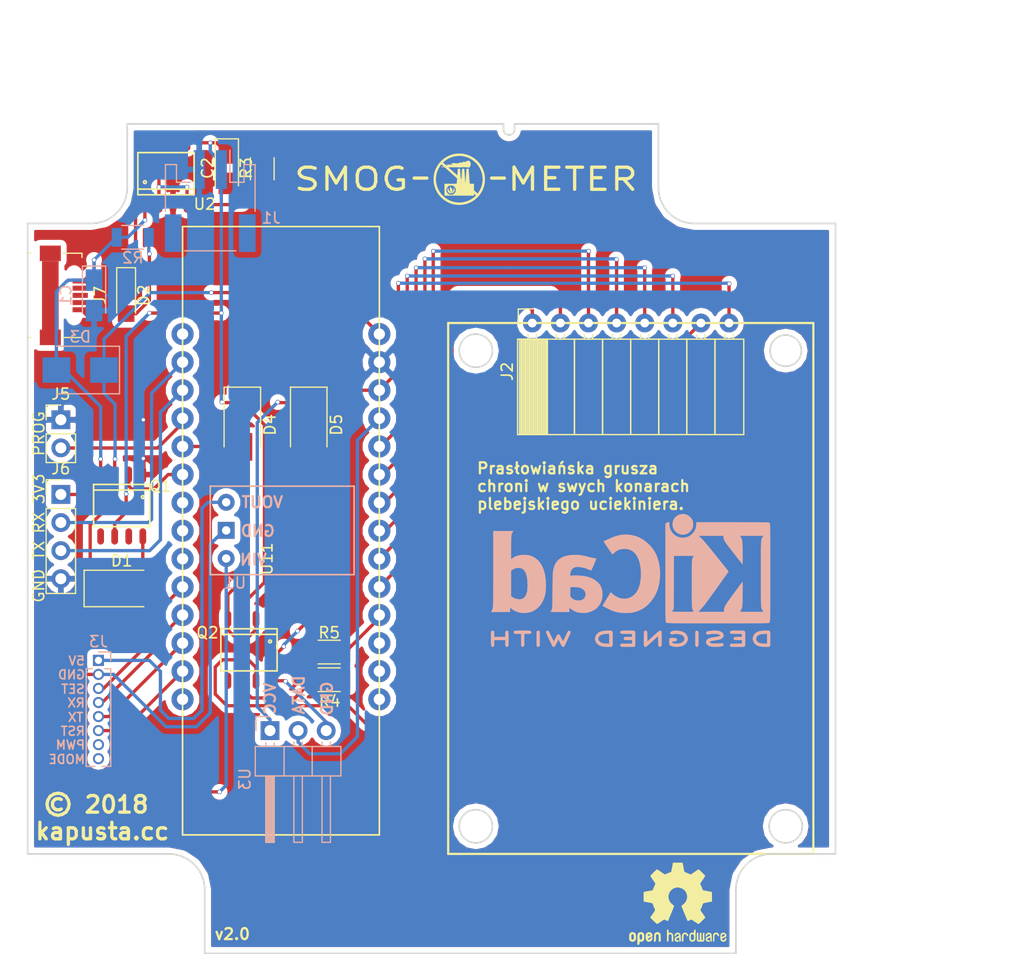
<source format=kicad_pcb>
(kicad_pcb (version 4) (host pcbnew 4.0.7)
  (layers (0 F.Cu signal) (31 B.Cu signal) (34 B.Paste user) (35 F.Paste user) (36 B.SilkS user hide) (37 F.SilkS user) (38 B.Mask user) (39 F.Mask user) (44 Edge.Cuts user))
  (net 0 "")
  (net 1 +USB)
  (net 2 -USB)
  (net 3 VBATT+)
  (net 4 VCC)
  (net 5 5V_GND)
  (net 6 "Net-(D2-Pad2)")
  (net 7 "Net-(D2-Pad1)")
  (net 8 ADC_DHT_EN)
  (net 9 3V3)
  (net 10 "Net-(D5-Pad2)")
  (net 11 DISP_GND)
  (net 12 MOSI)
  (net 13 CLK)
  (net 14 CS)
  (net 15 DC)
  (net 16 RST)
  (net 17 BUSY)
  (net 18 5V)
  (net 19 "Net-(J3-Pad3)")
  (net 20 "Net-(J3-Pad4)")
  (net 21 "Net-(J3-Pad5)")
  (net 22 "Net-(J3-Pad6)")
  (net 23 P2)
  (net 24 RX)
  (net 25 TX)
  (net 26 "Net-(J7-Pad6)")
  (net 27 PMS_EN)
  (net 28 ADC)
  (net 29 DHT_DATA)
  (net 30 "Net-(Q2-Pad6)")
  (module various:USB_Micro-B_91-US01-517 (layer F.Cu) (at 103.25 60.5 270)
    (fp_text reference J7 (at 0 -3.3 450) (layer F.SilkS))
    (fp_text value USB_OTG)
    (pad 6 smd rect (at 0.1 1.2 270) (size 6.4 1.5) (layers F.Cu F.Paste F.Mask) (net 26 "Net-(J7-Pad6)"))
    (pad "" np_thru_hole circle (at -2 -0.95 270) (size 0.4 0.4) (drill 0.4) (layers *.Cu *.Mask))
    (pad 1 smd rect (at -1.3 -1.5 270) (size 0.45 1.38) (layers F.Cu F.Paste F.Mask) (net 1 +USB))
    (pad 2 smd rect (at -0.65 -1.5 270) (size 0.45 1.38) (layers F.Cu F.Paste F.Mask))
    (pad 3 smd rect (at 0 -1.5 270) (size 0.45 1.38) (layers F.Cu F.Paste F.Mask))
    (pad 4 smd rect (at 0.65 -1.5 270) (size 0.45 1.38) (layers F.Cu F.Paste F.Mask))
    (pad 5 smd rect (at 1.3 -1.5 270) (size 0.45 1.38) (layers F.Cu F.Paste F.Mask) (net 2 -USB))
    (pad 6 smd rect (at -3.8 1.2 270) (size 1.4 1.9) (layers F.Cu F.Paste F.Mask) (net 26 "Net-(J7-Pad6)"))
    (pad 6 smd rect (at 3.8 1.2 270) (size 1.4 1.9) (layers F.Cu F.Paste F.Mask) (net 26 "Net-(J7-Pad6)"))
    (pad "" np_thru_hole circle (at 2 -0.95 270) (size 0.4 0.4) (drill 0.4) (layers *.Cu *.Mask))
  )
  (module Socket_Strips:Socket_Strip_Angled_1x08_Pitch2.54mm (layer F.Cu) (at 145.6 63 90)
    (fp_text reference J2 (at -4.38 -2.27 90) (layer F.SilkS))
    (fp_text value DISPLAY)
    (pad 8 thru_hole circle (at 0 0 90) (size 1.7 1.7) (drill 0.8) (layers *.Cu *.Mask) (net 17 BUSY))
    (pad 7 thru_hole oval (at 0 2.54 90) (size 1.7 1.7) (drill 0.8) (layers *.Cu *.Mask) (net 16 RST))
    (pad 6 thru_hole oval (at 0 5.08 90) (size 1.7 1.7) (drill 0.8) (layers *.Cu *.Mask) (net 15 DC))
    (pad 5 thru_hole oval (at 0 7.62 90) (size 1.7 1.7) (drill 0.8) (layers *.Cu *.Mask) (net 14 CS))
    (pad 4 thru_hole oval (at 0 10.16 90) (size 1.7 1.7) (drill 0.8) (layers *.Cu *.Mask) (net 13 CLK))
    (pad 3 thru_hole oval (at 0 12.7 90) (size 1.7 1.7) (drill 0.8) (layers *.Cu *.Mask) (net 12 MOSI))
    (pad 2 thru_hole oval (at 0 15.24 90) (size 1.7 1.7) (drill 0.8) (layers *.Cu *.Mask) (net 11 DISP_GND))
    (pad 1 thru_hole oval (at 0 17.78 90) (size 1.7 1.7) (drill 0.8) (layers *.Cu *.Mask) (net 9 3V3))
  )
  (module Capacitors_Tantalum_SMD:CP_Tantalum_Case-A_EIA-3216-18_Reflow (layer B.Cu) (at 106 60.5 270)
    (fp_text reference C1 (at 0 2.55 270) (layer B.SilkS) (effects (justify mirror)))
    (fp_text value 4.7uF)
    (pad 1 smd rect (at -1.375 0 270) (size 1.95 1.5) (layers B.Cu B.Paste B.Mask) (net 1 +USB))
    (pad 2 smd rect (at 1.375 0 270) (size 1.95 1.5) (layers B.Cu B.Paste B.Mask) (net 2 -USB))
  )
  (module Capacitors_Tantalum_SMD:CP_Tantalum_Case-A_EIA-3216-18_Reflow (layer F.Cu) (at 118 49 270)
    (fp_text reference C2 (at 0 1.75 270) (layer F.SilkS))
    (fp_text value 10uF)
    (pad 1 smd rect (at -1.375 0 270) (size 1.95 1.5) (layers F.Cu F.Paste F.Mask) (net 3 VBATT+))
    (pad 2 smd rect (at 1.375 0 270) (size 1.95 1.5) (layers F.Cu F.Paste F.Mask) (net 2 -USB))
  )
  (module Diodes_SMD:D_SMA (layer F.Cu) (at 108.5 87)
    (fp_text reference D1 (at 0 -2.5) (layer F.SilkS))
    (fp_text value D)
    (pad 1 smd rect (at -2 0) (size 2.5 1.8) (layers F.Cu F.Paste F.Mask) (net 4 VCC))
    (pad 2 smd rect (at 2 0) (size 2.5 1.8) (layers F.Cu F.Paste F.Mask) (net 5 5V_GND))
  )
  (module LEDs:LED_1206 (layer F.Cu) (at 108.9 60.5 270)
    (fp_text reference D2 (at 0 -1.6 270) (layer F.SilkS))
    (fp_text value LED)
    (pad 2 smd rect (at 1.65 0 90) (size 1.5 1.5) (layers F.Cu F.Paste F.Mask) (net 6 "Net-(D2-Pad2)"))
    (pad 1 smd rect (at -1.65 0 90) (size 1.5 1.5) (layers F.Cu F.Paste F.Mask) (net 7 "Net-(D2-Pad1)"))
  )
  (module Diodes_SMD:D_SMB (layer B.Cu) (at 104.75 67.25 180)
    (fp_text reference D3 (at 0 3 180) (layer B.SilkS) (effects (justify mirror)))
    (fp_text value D_Schottky)
    (pad 1 smd rect (at -2.15 0 180) (size 2.5 2.3) (layers B.Cu B.Paste B.Mask) (net 4 VCC))
    (pad 2 smd rect (at 2.15 0 180) (size 2.5 2.3) (layers B.Cu B.Paste B.Mask) (net 1 +USB))
  )
  (module Diodes_SMD:D_SMA (layer F.Cu) (at 119.4 72.2 270)
    (fp_text reference D4 (at 0 -2.5 270) (layer F.SilkS))
    (fp_text value D)
    (pad 1 smd rect (at -2 0 270) (size 2.5 1.8) (layers F.Cu F.Paste F.Mask) (net 3 VBATT+))
    (pad 2 smd rect (at 2 0 270) (size 2.5 1.8) (layers F.Cu F.Paste F.Mask) (net 8 ADC_DHT_EN))
  )
  (module Diodes_SMD:D_SMA (layer F.Cu) (at 125.4 72.2 270)
    (fp_text reference D5 (at 0 -2.5 270) (layer F.SilkS))
    (fp_text value D)
    (pad 1 smd rect (at -2 0 270) (size 2.5 1.8) (layers F.Cu F.Paste F.Mask) (net 9 3V3))
    (pad 2 smd rect (at 2 0 270) (size 2.5 1.8) (layers F.Cu F.Paste F.Mask) (net 10 "Net-(D5-Pad2)"))
  )
  (module Connectors_JST:JST_PH_S2B-PH-SM4-TB_02x2.00mm_Angled (layer B.Cu) (at 116.5 52 180)
    (fp_text reference J1 (at -5.5 -1.5 180) (layer B.SilkS) (effects (justify mirror)))
    (fp_text value Battery)
    (pad 1 smd rect (at -1 2.875 180) (size 1 3.5) (layers B.Cu B.Paste B.Mask) (net 3 VBATT+))
    (pad 2 smd rect (at 1 2.875 180) (size 1 3.5) (layers B.Cu B.Paste B.Mask) (net 2 -USB))
    (pad "" smd rect (at -3.35 -2.875 180) (size 1.5 3.4) (layers B.Cu B.Paste B.Mask))
    (pad "" smd rect (at 3.35 -2.875 180) (size 1.5 3.4) (layers B.Cu B.Paste B.Mask))
  )
  (module Pin_Headers:Pin_Header_Straight_1x08_Pitch1.27mm (layer B.Cu) (at 106.4 93.5 180)
    (fp_text reference J3 (at 0 1.695 180) (layer B.SilkS) (effects (justify mirror)))
    (fp_text value PMS5003)
    (pad 1 thru_hole rect (at 0 0 180) (size 1 1) (drill 0.65) (layers *.Cu *.Mask) (net 18 5V))
    (pad 2 thru_hole oval (at 0 -1.27 180) (size 1 1) (drill 0.65) (layers *.Cu *.Mask) (net 5 5V_GND))
    (pad 3 thru_hole oval (at 0 -2.54 180) (size 1 1) (drill 0.65) (layers *.Cu *.Mask) (net 19 "Net-(J3-Pad3)"))
    (pad 4 thru_hole oval (at 0 -3.81 180) (size 1 1) (drill 0.65) (layers *.Cu *.Mask) (net 20 "Net-(J3-Pad4)"))
    (pad 5 thru_hole oval (at 0 -5.08 180) (size 1 1) (drill 0.65) (layers *.Cu *.Mask) (net 21 "Net-(J3-Pad5)"))
    (pad 6 thru_hole oval (at 0 -6.35 180) (size 1 1) (drill 0.65) (layers *.Cu *.Mask) (net 22 "Net-(J3-Pad6)"))
    (pad 7 thru_hole oval (at 0 -7.62 180) (size 1 1) (drill 0.65) (layers *.Cu *.Mask))
    (pad 8 thru_hole oval (at 0 -8.89 180) (size 1 1) (drill 0.65) (layers *.Cu *.Mask))
  )
  (module Power_Integrations:SO-8 (layer F.Cu) (at 108.5 79.5 180)
    (fp_text reference Q1 (at -3.5 1.75 180) (layer F.SilkS))
    (fp_text value IRF7309IPBF)
    (pad 1 smd oval (at -1.905 2.794 180) (size 0.6096 1.4732) (layers F.Cu F.Paste F.Mask) (net 2 -USB))
    (pad 2 smd oval (at -0.635 2.794 180) (size 0.6096 1.4732) (layers F.Cu F.Paste F.Mask) (net 27 PMS_EN))
    (pad 3 smd oval (at 0.635 2.794 180) (size 0.6096 1.4732) (layers F.Cu F.Paste F.Mask) (net 4 VCC))
    (pad 4 smd oval (at 1.905 2.794 180) (size 0.6096 1.4732) (layers F.Cu F.Paste F.Mask) (net 1 +USB))
    (pad 5 smd oval (at 1.905 -2.794 180) (size 0.6096 1.4732) (layers F.Cu F.Paste F.Mask))
    (pad 6 smd oval (at 0.635 -2.794 180) (size 0.6096 1.4732) (layers F.Cu F.Paste F.Mask) (net 3 VBATT+))
    (pad 7 smd oval (at -0.635 -2.794 180) (size 0.6096 1.4732) (layers F.Cu F.Paste F.Mask))
    (pad 8 smd oval (at -1.905 -2.794 180) (size 0.6096 1.4732) (layers F.Cu F.Paste F.Mask) (net 5 5V_GND))
  )
  (module Power_Integrations:SO-8 (layer F.Cu) (at 120 92.55 180)
    (fp_text reference Q2 (at 3.75 1.55 180) (layer F.SilkS))
    (fp_text value IRF7309IPBF)
    (pad 1 smd oval (at -1.905 2.794 180) (size 0.6096 1.4732) (layers F.Cu F.Paste F.Mask) (net 2 -USB))
    (pad 2 smd oval (at -0.635 2.794 180) (size 0.6096 1.4732) (layers F.Cu F.Paste F.Mask) (net 8 ADC_DHT_EN))
    (pad 3 smd oval (at 0.635 2.794 180) (size 0.6096 1.4732) (layers F.Cu F.Paste F.Mask) (net 3 VBATT+))
    (pad 4 smd oval (at 1.905 2.794 180) (size 0.6096 1.4732) (layers F.Cu F.Paste F.Mask) (net 8 ADC_DHT_EN))
    (pad 5 smd oval (at 1.905 -2.794 180) (size 0.6096 1.4732) (layers F.Cu F.Paste F.Mask))
    (pad 6 smd oval (at 0.635 -2.794 180) (size 0.6096 1.4732) (layers F.Cu F.Paste F.Mask) (net 30 "Net-(Q2-Pad6)"))
    (pad 7 smd oval (at -0.635 -2.794 180) (size 0.6096 1.4732) (layers F.Cu F.Paste F.Mask) (net 11 DISP_GND))
    (pad 8 smd oval (at -1.905 -2.794 180) (size 0.6096 1.4732) (layers F.Cu F.Paste F.Mask) (net 10 "Net-(D5-Pad2)"))
  )
  (module Resistors_SMD:R_1206 (layer B.Cu) (at 109.5 55.25)
    (fp_text reference R2 (at 0 1.85) (layer B.SilkS) (effects (justify mirror)))
    (fp_text value 470)
    (pad 1 smd rect (at -1.45 0) (size 0.9 1.7) (layers B.Cu B.Paste B.Mask) (net 1 +USB))
    (pad 2 smd rect (at 1.45 0) (size 0.9 1.7) (layers B.Cu B.Paste B.Mask) (net 6 "Net-(D2-Pad2)"))
  )
  (module Resistors_SMD:R_1206 (layer F.Cu) (at 121.2 49.05 90)
    (fp_text reference R3 (at 0.05 -1.45 90) (layer F.SilkS))
    (fp_text value 100k)
    (pad 1 smd rect (at -1.45 0 90) (size 0.9 1.7) (layers F.Cu F.Paste F.Mask) (net 1 +USB))
    (pad 2 smd rect (at 1.45 0 90) (size 0.9 1.7) (layers F.Cu F.Paste F.Mask) (net 2 -USB))
  )
  (module Resistors_SMD:R_1206 (layer F.Cu) (at 127.25 95.25)
    (fp_text reference R4 (at 0.05 1.95) (layer F.SilkS))
    (fp_text value 100k)
    (pad 1 smd rect (at -1.45 0) (size 0.9 1.7) (layers F.Cu F.Paste F.Mask) (net 30 "Net-(Q2-Pad6)"))
    (pad 2 smd rect (at 1.45 0) (size 0.9 1.7) (layers F.Cu F.Paste F.Mask) (net 28 ADC))
  )
  (module Resistors_SMD:R_1206 (layer F.Cu) (at 127.25 92.75 180)
    (fp_text reference R5 (at 0 1.75 180) (layer F.SilkS))
    (fp_text value 47k)
    (pad 1 smd rect (at -1.45 0 180) (size 0.9 1.7) (layers F.Cu F.Paste F.Mask) (net 28 ADC))
    (pad 2 smd rect (at 1.45 0 180) (size 0.9 1.7) (layers F.Cu F.Paste F.Mask) (net 2 -USB))
  )
  (module Pololu:U3V12F9 (layer B.Cu) (at 129.5 85.75 180)
    (fp_text reference U1 (at 10.75 -0.75 180) (layer B.SilkS) (effects (justify mirror)))
    (fp_text value U3V12F5)
    (pad 1 thru_hole circle (at 11.557 1.4605 180) (size 1.524 1.524) (drill 0.762) (layers *.Cu *.Mask) (net 4 VCC))
    (pad 2 thru_hole rect (at 11.557 4.0005 180) (size 1.524 1.524) (drill 0.762) (layers *.Cu *.Mask) (net 5 5V_GND))
    (pad 3 thru_hole circle (at 11.557 6.5405 180) (size 1.524 1.524) (drill 0.762) (layers *.Cu *.Mask) (net 18 5V))
  )
  (module Power_Integrations:SO-8 (layer F.Cu) (at 112.5 49.5)
    (fp_text reference U2 (at 3.5 2.75) (layer F.SilkS))
    (fp_text value MAX1811)
    (pad 1 smd oval (at -1.905 2.794) (size 0.6096 1.4732) (layers F.Cu F.Paste F.Mask) (net 1 +USB))
    (pad 2 smd oval (at -0.635 2.794) (size 0.6096 1.4732) (layers F.Cu F.Paste F.Mask) (net 1 +USB))
    (pad 3 smd oval (at 0.635 2.794) (size 0.6096 1.4732) (layers F.Cu F.Paste F.Mask) (net 2 -USB))
    (pad 4 smd oval (at 1.905 2.794) (size 0.6096 1.4732) (layers F.Cu F.Paste F.Mask) (net 1 +USB))
    (pad 5 smd oval (at 1.905 -2.794) (size 0.6096 1.4732) (layers F.Cu F.Paste F.Mask) (net 3 VBATT+))
    (pad 6 smd oval (at 0.635 -2.794) (size 0.6096 1.4732) (layers F.Cu F.Paste F.Mask) (net 2 -USB))
    (pad 7 smd oval (at -0.635 -2.794) (size 0.6096 1.4732) (layers F.Cu F.Paste F.Mask) (net 1 +USB))
    (pad 8 smd oval (at -1.905 -2.794) (size 0.6096 1.4732) (layers F.Cu F.Paste F.Mask) (net 7 "Net-(D2-Pad1)"))
  )
  (module Pin_Headers:Pin_Header_Angled_1x03_Pitch2.54mm (layer B.Cu) (at 121.9 99.85 270)
    (fp_text reference U3 (at 4.385 2.27 270) (layer B.SilkS) (effects (justify mirror)))
    (fp_text value DHT21)
    (pad 1 thru_hole rect (at 0 0 270) (size 1.7 1.7) (drill 1) (layers *.Cu *.Mask) (net 9 3V3))
    (pad 2 thru_hole oval (at 0 -2.54 270) (size 1.7 1.7) (drill 1) (layers *.Cu *.Mask) (net 29 DHT_DATA))
    (pad 3 thru_hole oval (at 0 -5.08 270) (size 1.7 1.7) (drill 1) (layers *.Cu *.Mask) (net 10 "Net-(D5-Pad2)"))
  )
  (module Pycom:LoPy_with_headers (layer F.Cu) (at 114 64 270)
    (fp_text reference U11 (at 20.32 -7.62 270) (layer F.SilkS))
    (fp_text value LoPy4)
    (pad 1 thru_hole circle (at 0 0 270) (size 2 2) (drill 1.02) (layers *.Cu *.Mask))
    (pad 2 thru_hole circle (at 2.54 0 270) (size 2 2) (drill 1.02) (layers *.Cu *.Mask) (net 24 RX))
    (pad 3 thru_hole circle (at 5.08 0 270) (size 2 2) (drill 1.02) (layers *.Cu *.Mask) (net 25 TX))
    (pad 4 thru_hole circle (at 7.62 0 270) (size 2 2) (drill 1.02) (layers *.Cu *.Mask) (net 23 P2))
    (pad 5 thru_hole circle (at 10.16 0 270) (size 2 2) (drill 1.02) (layers *.Cu *.Mask) (net 8 ADC_DHT_EN))
    (pad 6 thru_hole circle (at 12.7 0 270) (size 2 2) (drill 1.02) (layers *.Cu *.Mask) (net 27 PMS_EN))
    (pad 7 thru_hole circle (at 15.24 0 270) (size 2 2) (drill 1.02) (layers *.Cu *.Mask))
    (pad 8 thru_hole circle (at 17.78 0 270) (size 2 2) (drill 1.02) (layers *.Cu *.Mask))
    (pad 9 thru_hole circle (at 20.32 0 270) (size 2 2) (drill 1.02) (layers *.Cu *.Mask))
    (pad 10 thru_hole circle (at 22.86 0 270) (size 2 2) (drill 1.02) (layers *.Cu *.Mask) (net 19 "Net-(J3-Pad3)"))
    (pad 11 thru_hole circle (at 25.4 0 270) (size 2 2) (drill 1.02) (layers *.Cu *.Mask) (net 20 "Net-(J3-Pad4)"))
    (pad 12 thru_hole circle (at 27.94 0 270) (size 2 2) (drill 1.02) (layers *.Cu *.Mask) (net 21 "Net-(J3-Pad5)"))
    (pad 13 thru_hole circle (at 30.48 0 270) (size 2 2) (drill 1.02) (layers *.Cu *.Mask) (net 22 "Net-(J3-Pad6)"))
    (pad 14 thru_hole circle (at 33.02 0 270) (size 2 2) (drill 1.02) (layers *.Cu *.Mask))
    (pad 15 thru_hole circle (at 33.02 -17.78 270) (size 2 2) (drill 1.02) (layers *.Cu *.Mask))
    (pad 16 thru_hole circle (at 30.48 -17.78 270) (size 2 2) (drill 1.02) (layers *.Cu *.Mask))
    (pad 17 thru_hole circle (at 27.94 -17.78 270) (size 2 2) (drill 1.02) (layers *.Cu *.Mask))
    (pad 18 thru_hole circle (at 25.4 -17.78 270) (size 2 2) (drill 1.02) (layers *.Cu *.Mask) (net 28 ADC))
    (pad 19 thru_hole circle (at 22.86 -17.78 270) (size 2 2) (drill 1.02) (layers *.Cu *.Mask) (net 17 BUSY))
    (pad 20 thru_hole circle (at 20.32 -17.78 270) (size 2 2) (drill 1.02) (layers *.Cu *.Mask) (net 16 RST))
    (pad 21 thru_hole circle (at 17.78 -17.78 270) (size 2 2) (drill 1.02) (layers *.Cu *.Mask) (net 15 DC))
    (pad 22 thru_hole circle (at 15.24 -17.78 270) (size 2 2) (drill 1.02) (layers *.Cu *.Mask) (net 14 CS))
    (pad 23 thru_hole circle (at 12.7 -17.78 270) (size 2 2) (drill 1.02) (layers *.Cu *.Mask) (net 13 CLK))
    (pad 24 thru_hole circle (at 10.16 -17.78 270) (size 2 2) (drill 1.02) (layers *.Cu *.Mask) (net 12 MOSI))
    (pad 25 thru_hole circle (at 7.62 -17.78 270) (size 2 2) (drill 1.02) (layers *.Cu *.Mask) (net 29 DHT_DATA))
    (pad 26 thru_hole circle (at 5.08 -17.78 270) (size 2 2) (drill 1.02) (layers *.Cu *.Mask) (net 9 3V3))
    (pad 27 thru_hole circle (at 2.54 -17.78 270) (size 2 2) (drill 1.02) (layers *.Cu *.Mask) (net 2 -USB))
    (pad 28 thru_hole circle (at 0 -17.78 270) (size 2 2) (drill 1.02) (layers *.Cu *.Mask) (net 4 VCC))
  )
  (module various:pollution_4x6mm (layer F.Cu) (at 139 50)
    (fp_text reference G*** hide)
    (fp_text value LOGO hide)
  )
  (module Symbols:OSHW-Logo2_9.8x8mm_SilkScreen (layer F.Cu) (at 158.75 115.5)
    (fp_text reference REF*** hide)
    (fp_text value OSHW-Logo2_9.8x8mm_SilkScreen hide)
  )
  (module Symbols:KiCad-Logo2_12mm_SilkScreen (layer B.Cu) (at 154.5 86.25 180)
    (fp_text reference REF*** hide)
    (fp_text value KiCad-Logo2_12mm_SilkScreen hide)
  )
  (module Pin_Headers:Pin_Header_Straight_1x04_Pitch2.54mm (layer F.Cu) (at 103 78.5)
    (fp_text reference J6 (at 0 -2.33) (layer F.SilkS))
    (fp_text value PROG)
    (pad 1 thru_hole rect (at 0 0) (size 1.7 1.7) (drill 1) (layers *.Cu *.Mask) (net 4 VCC))
    (pad 2 thru_hole oval (at 0 2.54) (size 1.7 1.7) (drill 1) (layers *.Cu *.Mask) (net 24 RX))
    (pad 3 thru_hole oval (at 0 5.08) (size 1.7 1.7) (drill 1) (layers *.Cu *.Mask) (net 25 TX))
    (pad 4 thru_hole oval (at 0 7.62) (size 1.7 1.7) (drill 1) (layers *.Cu *.Mask) (net 2 -USB))
  )
  (module Pin_Headers:Pin_Header_Straight_1x02_Pitch2.54mm (layer F.Cu) (at 103 71.75)
    (fp_text reference J5 (at 0 -2.33) (layer F.SilkS))
    (fp_text value P2)
    (pad 1 thru_hole rect (at 0 0) (size 1.7 1.7) (drill 1) (layers *.Cu *.Mask) (net 2 -USB))
    (pad 2 thru_hole oval (at 0 2.54) (size 1.7 1.7) (drill 1) (layers *.Cu *.Mask) (net 23 P2))
  )
  (gr_text "Prasłowiańska grusza\nchroni w swych konarach\nplebejskiego uciekiniera." (at 140.5 77.75) (layer F.SilkS) (effects (font (size 1 1) (thickness 0.2)) (justify left)))
  (gr_text v2.0 (at 118.5 118.25) (layer F.SilkS) (effects (font (size 1 1) (thickness 0.2))))
  (gr_text - (at 135.5 49.75) (layer F.SilkS) (effects (font (size 2 1.5) (thickness 0.3))))
  (gr_text - (at 142.5 49.75) (layer F.SilkS) (effects (font (size 2 1.5) (thickness 0.3))))
  (gr_text GND (at 127.05 95.3 90) (layer B.SilkS) (effects (font (size 1 1) (thickness 0.2)) (justify left mirror)))
  (gr_text DATA (at 124.5 94.75 90) (layer B.SilkS) (effects (font (size 1 1) (thickness 0.2)) (justify left mirror)))
  (gr_text VCC (at 121.9 95.4 90) (layer B.SilkS) (effects (font (size 1 1) (thickness 0.2)) (justify left mirror)))
  (gr_text MODE (at 101.8 102.45) (layer B.SilkS) (effects (font (size 0.8 0.8)) (justify right mirror)))
  (gr_text PWM (at 102.45 101.15) (layer B.SilkS) (effects (font (size 0.8 0.8)) (justify right mirror)))
  (gr_text RST (at 102.9 99.9) (layer B.SilkS) (effects (font (size 0.8 0.8)) (justify right mirror)))
  (gr_text TX (at 103.55 98.65) (layer B.SilkS) (effects (font (size 0.8 0.8)) (justify right mirror)))
  (gr_text RX (at 103.5 97.35) (layer B.SilkS) (effects (font (size 0.8 0.8)) (justify right mirror)))
  (gr_text SET (at 102.95 96.1) (layer B.SilkS) (effects (font (size 0.8 0.8)) (justify right mirror)))
  (gr_text GND (at 102.65 94.8) (layer B.SilkS) (effects (font (size 0.8 0.8)) (justify right mirror)))
  (gr_text 5V (at 103.6 93.55) (layer B.SilkS) (effects (font (size 0.8 0.8)) (justify right mirror)))
  (gr_text VOUT (at 121.2 79.2) (layer B.SilkS) (effects (font (size 1 1) (thickness 0.2)) (justify mirror)))
  (gr_text GND (at 120.8 81.8) (layer B.SilkS) (effects (font (size 1 1) (thickness 0.2)) (justify mirror)))
  (gr_text VIN (at 120.4 84.4) (layer B.SilkS) (effects (font (size 1 1) (thickness 0.2)) (justify mirror)))
  (gr_text PROG (at 101 73 90) (layer F.SilkS) (effects (font (size 1 1))))
  (gr_text GND (at 101 86.75 90) (layer F.SilkS) (effects (font (size 1 1))))
  (gr_text TX (at 101 83.55 90) (layer F.SilkS) (effects (font (size 1 1))))
  (gr_text RX (at 101 81.05 90) (layer F.SilkS) (effects (font (size 1 1))))
  (gr_text 3V3 (at 101 78 90) (layer F.SilkS) (effects (font (size 1 1))))
  (gr_text "METER\n" (at 149.25 50) (layer F.SilkS) (effects (font (size 2 2.5) (thickness 0.3))))
  (gr_text SMOG (at 129.25 50) (layer F.SilkS) (effects (font (size 2 2.5) (thickness 0.3))))
  (gr_text "© 2018 \nkapusta.cc" (at 106.75 107.75) (layer F.SilkS) (effects (font (size 1.5 1.5) (thickness 0.3))))
  (gr_circle (center 140.5 108.5) (end 139 108.5) (layer Edge.Cuts) (width 0.15))
  (gr_circle (center 168.5 108.5) (end 170 108.5) (layer Edge.Cuts) (width 0.15))
  (gr_circle (center 140.5 65.5) (end 140.5 64) (layer Edge.Cuts) (width 0.15))
  (gr_circle (center 168.5 65.5) (end 169.5 64.5) (layer Edge.Cuts) (width 0.15))
  (gr_line (start 138 111) (end 171 111) (angle 90) (layer F.SilkS) (width 0.2))
  (gr_line (start 138 63) (end 138 111) (angle 90) (layer F.SilkS) (width 0.2))
  (gr_line (start 171 63) (end 138 63) (angle 90) (layer F.SilkS) (width 0.2))
  (gr_line (start 171 111) (end 171 63) (angle 90) (layer F.SilkS) (width 0.2))
  (gr_arc (start 143.5 45.5) (end 144 45.5) (angle 90) (layer Edge.Cuts) (width 0.15))
  (gr_arc (start 143.5 45.5) (end 143.5 46) (angle 90) (layer Edge.Cuts) (width 0.15))
  (gr_line (start 144 45) (end 157 45) (angle 90) (layer Edge.Cuts) (width 0.15))
  (gr_line (start 144 45) (end 144 45.5) (angle 90) (layer Edge.Cuts) (width 0.15))
  (gr_line (start 143 45.5) (end 143 45) (angle 90) (layer Edge.Cuts) (width 0.15))
  (gr_arc (start 112.75 114.25) (end 112.75 111) (angle 90) (layer Edge.Cuts) (width 0.15))
  (gr_line (start 116 114.25) (end 116 120) (angle 90) (layer Edge.Cuts) (width 0.15))
  (gr_line (start 100 111) (end 112.75 111) (angle 90) (layer Edge.Cuts) (width 0.15))
  (gr_line (start 164 120) (end 164 114.25) (angle 90) (layer Edge.Cuts) (width 0.15))
  (gr_line (start 167.25 111) (end 173 111) (angle 90) (layer Edge.Cuts) (width 0.15))
  (gr_arc (start 167.25 114.25) (end 164 114.25) (angle 90) (layer Edge.Cuts) (width 0.15))
  (gr_line (start 173 54) (end 160.25 54) (angle 90) (layer Edge.Cuts) (width 0.15))
  (gr_line (start 157 50.75) (end 157 45) (angle 90) (layer Edge.Cuts) (width 0.15))
  (gr_arc (start 160.25 50.75) (end 160.25 54) (angle 90) (layer Edge.Cuts) (width 0.15))
  (gr_arc (start 105.75 50.75) (end 109 50.75) (angle 90) (layer Edge.Cuts) (width 0.15))
  (gr_line (start 105.75 54) (end 100 54) (angle 90) (layer Edge.Cuts) (width 0.15))
  (gr_line (start 109 45) (end 109 50.75) (angle 90) (layer Edge.Cuts) (width 0.15))
  (gr_line (start 100 54) (end 100 111) (angle 90) (layer Edge.Cuts) (width 0.15))
  (gr_line (start 143 45) (end 109 45) (angle 90) (layer Edge.Cuts) (width 0.15))
  (gr_line (start 173 111) (end 173 54) (angle 90) (layer Edge.Cuts) (width 0.15))
  (gr_line (start 116 120) (end 164 120) (angle 90) (layer Edge.Cuts) (width 0.15))
  (segment (start 104.75 59.2) (end 105.05 59.2) (width 0.3) (layer F.Cu) (net 1))
  (segment (start 105.05 59.2) (end 106 58.25) (width 0.3) (layer F.Cu) (net 1))
  (segment (start 106 58.25) (end 106 57.3) (width 0.3) (layer F.Cu) (net 1))
  (via (at 106 57.3) (size 0.4) (drill 0.3) (layers F.Cu B.Cu) (net 1))
  (segment (start 102.6 67.25) (end 103.3 67.25) (width 0.3) (layer B.Cu) (net 1))
  (segment (start 103.3 67.25) (end 106.6 70.55) (width 0.3) (layer B.Cu) (net 1))
  (segment (start 106.595 75.305) (end 106.595 76.706) (width 0.3) (layer F.Cu) (net 1))
  (segment (start 106.6 75.3) (end 106.595 75.305) (width 0.3) (layer F.Cu) (net 1))
  (via (at 106.6 75.3) (size 0.4) (drill 0.3) (layers F.Cu B.Cu) (net 1))
  (segment (start 106.6 70.55) (end 106.6 75.3) (width 0.3) (layer B.Cu) (net 1))
  (segment (start 102.6 67.25) (end 103.15 67.25) (width 0.3) (layer B.Cu) (net 1))
  (segment (start 103.6 59.2) (end 103.55 59.2) (width 0.3) (layer B.Cu) (net 1))
  (segment (start 102.6 60.15) (end 102.6 67.25) (width 0.3) (layer B.Cu) (net 1))
  (segment (start 103.55 59.2) (end 102.6 60.15) (width 0.3) (layer B.Cu) (net 1))
  (segment (start 108.05 55.25) (end 109.05 55.25) (width 0.3) (layer B.Cu) (net 1))
  (segment (start 110.595 53.695) (end 110.595 52.294) (width 0.3) (layer F.Cu) (net 1))
  (segment (start 110.6 53.7) (end 110.595 53.695) (width 0.3) (layer F.Cu) (net 1))
  (via (at 110.6 53.7) (size 0.4) (drill 0.3) (layers F.Cu B.Cu) (net 1))
  (segment (start 109.05 55.25) (end 110.6 53.7) (width 0.3) (layer B.Cu) (net 1))
  (segment (start 106 59.125) (end 106 57.3) (width 0.3) (layer B.Cu) (net 1))
  (segment (start 106 57.3) (end 108.05 55.25) (width 0.3) (layer B.Cu) (net 1))
  (segment (start 103.675 59.125) (end 106 59.125) (width 0.3) (layer B.Cu) (net 1))
  (segment (start 103.6 59.2) (end 103.675 59.125) (width 0.3) (layer B.Cu) (net 1))
  (segment (start 114.405 52.294) (end 119.406 52.294) (width 0.3) (layer F.Cu) (net 1))
  (segment (start 119.406 52.294) (end 121.2 50.5) (width 0.3) (layer F.Cu) (net 1))
  (segment (start 111.865 52.294) (end 110.595 52.294) (width 0.3) (layer F.Cu) (net 1))
  (via (at 111.865 50.7) (size 0.4) (drill 0.3) (layers F.Cu B.Cu) (net 1))
  (segment (start 114.405 52.294) (end 114.405 50.705) (width 0.3) (layer F.Cu) (net 1))
  (segment (start 114.4 50.7) (end 114.405 50.705) (width 0.3) (layer F.Cu) (net 1))
  (via (at 114.4 50.7) (size 0.4) (drill 0.3) (layers F.Cu B.Cu) (net 1))
  (segment (start 114.4 50.7) (end 111.865 50.7) (width 0.3) (layer B.Cu) (net 1))
  (segment (start 111.865 46.706) (end 111.865 50.7) (width 0.3) (layer F.Cu) (net 1))
  (segment (start 111.865 50.7) (end 111.865 52.294) (width 0.3) (layer F.Cu) (net 1))
  (segment (start 104.85 61.8) (end 106.15 63.1) (width 0.3) (layer F.Cu) (net 2))
  (segment (start 104.75 61.8) (end 104.85 61.8) (width 0.3) (layer F.Cu) (net 2))
  (segment (start 125.8 92.75) (end 124.899 92.75) (width 0.3) (layer F.Cu) (net 2))
  (segment (start 124.899 92.75) (end 121.905 89.756) (width 0.3) (layer F.Cu) (net 2))
  (segment (start 103 71.75) (end 110.45 71.75) (width 0.3) (layer F.Cu) (net 2))
  (segment (start 110.405 75.295) (end 110.405 76.706) (width 0.3) (layer F.Cu) (net 2))
  (segment (start 110.45 75.25) (end 110.405 75.295) (width 0.3) (layer F.Cu) (net 2))
  (via (at 110.45 75.25) (size 0.4) (drill 0.3) (layers F.Cu B.Cu) (net 2))
  (segment (start 110.45 71.75) (end 110.45 75.25) (width 0.3) (layer B.Cu) (net 2))
  (via (at 110.45 71.75) (size 0.4) (drill 0.3) (layers F.Cu B.Cu) (net 2))
  (segment (start 119.365 89.756) (end 119.365 88.485) (width 0.3) (layer F.Cu) (net 3))
  (segment (start 121.4 72.2) (end 119.4 70.2) (width 0.3) (layer F.Cu) (net 3))
  (segment (start 121.4 86.45) (end 121.4 72.2) (width 0.3) (layer F.Cu) (net 3))
  (segment (start 119.365 88.485) (end 121.4 86.45) (width 0.3) (layer F.Cu) (net 3))
  (segment (start 108.9 64.2) (end 108.9 78.45) (width 0.3) (layer B.Cu) (net 3))
  (segment (start 117.5 62.1) (end 111 62.1) (width 0.3) (layer F.Cu) (net 3))
  (via (at 111 62.1) (size 0.4) (drill 0.3) (layers F.Cu B.Cu) (net 3))
  (segment (start 111 62.1) (end 108.9 64.2) (width 0.3) (layer B.Cu) (net 3))
  (via (at 117.5 62.1) (size 0.4) (drill 0.3) (layers F.Cu B.Cu) (net 3))
  (segment (start 107.865 81.135) (end 107.865 82.294) (width 0.3) (layer F.Cu) (net 3))
  (segment (start 108.9 80.1) (end 107.865 81.135) (width 0.3) (layer F.Cu) (net 3))
  (segment (start 108.9 78.45) (end 108.9 80.1) (width 0.3) (layer F.Cu) (net 3))
  (via (at 108.9 78.45) (size 0.4) (drill 0.3) (layers F.Cu B.Cu) (net 3))
  (segment (start 117.6 70.2) (end 119.4 70.2) (width 0.3) (layer F.Cu) (net 3))
  (segment (start 117.55 70.15) (end 117.6 70.2) (width 0.3) (layer F.Cu) (net 3))
  (via (at 117.55 70.15) (size 0.4) (drill 0.3) (layers F.Cu B.Cu) (net 3))
  (segment (start 117.5 70.1) (end 117.55 70.15) (width 0.3) (layer B.Cu) (net 3))
  (segment (start 117.5 49.125) (end 117.5 62.1) (width 0.3) (layer B.Cu) (net 3))
  (segment (start 117.5 62.1) (end 117.5 70.1) (width 0.3) (layer B.Cu) (net 3))
  (via (at 116.5 46.706) (size 0.4) (drill 0.3) (layers F.Cu B.Cu) (net 3))
  (segment (start 117.5 48.5) (end 116.5 47.5) (width 0.3) (layer B.Cu) (net 3))
  (segment (start 116.5 47.5) (end 116.5 46.706) (width 0.3) (layer B.Cu) (net 3))
  (segment (start 117.5 48.5) (end 117.5 49.125) (width 0.3) (layer B.Cu) (net 3))
  (segment (start 117.081 46.706) (end 118 47.625) (width 0.3) (layer F.Cu) (net 3))
  (segment (start 116.5 46.706) (end 117.081 46.706) (width 0.3) (layer F.Cu) (net 3))
  (segment (start 114.405 46.706) (end 116.5 46.706) (width 0.3) (layer F.Cu) (net 3))
  (via (at 117.343 105.3895) (size 0.4) (drill 0.3) (layers F.Cu B.Cu) (net 4))
  (segment (start 102.15 91.35) (end 102.15 104.25) (width 0.3) (layer F.Cu) (net 4))
  (segment (start 102.15 104.25) (end 103.2895 105.3895) (width 0.3) (layer F.Cu) (net 4))
  (segment (start 103.2895 105.3895) (end 117.343 105.3895) (width 0.3) (layer F.Cu) (net 4))
  (segment (start 106.5 87) (end 102.15 91.35) (width 0.3) (layer F.Cu) (net 4))
  (segment (start 117.943 104.7895) (end 117.943 84.2895) (width 0.3) (layer B.Cu) (net 4))
  (segment (start 117.343 105.3895) (end 117.943 104.7895) (width 0.3) (layer B.Cu) (net 4))
  (segment (start 128.03 60.25) (end 131.78 64) (width 0.3) (layer F.Cu) (net 4))
  (segment (start 118.4 60.25) (end 128.03 60.25) (width 0.3) (layer F.Cu) (net 4))
  (segment (start 106.9 67.25) (end 106.9 64.45) (width 0.3) (layer B.Cu) (net 4))
  (segment (start 116.6 60.25) (end 118.4 60.25) (width 0.3) (layer F.Cu) (net 4))
  (via (at 116.6 60.25) (size 0.4) (drill 0.3) (layers F.Cu B.Cu) (net 4))
  (segment (start 111.1 60.25) (end 116.6 60.25) (width 0.3) (layer B.Cu) (net 4))
  (segment (start 106.9 64.45) (end 111.1 60.25) (width 0.3) (layer B.Cu) (net 4))
  (segment (start 103 78.5) (end 107.865 78.5) (width 0.3) (layer F.Cu) (net 4))
  (segment (start 107.85 78.55) (end 107.865 78.55) (width 0.3) (layer F.Cu) (net 4))
  (segment (start 107.85 78.515) (end 107.85 78.55) (width 0.3) (layer F.Cu) (net 4))
  (segment (start 107.865 78.5) (end 107.85 78.515) (width 0.3) (layer F.Cu) (net 4))
  (segment (start 107.865 76.706) (end 107.865 78.55) (width 0.3) (layer F.Cu) (net 4))
  (segment (start 107.865 78.55) (end 107.865 79.035) (width 0.3) (layer F.Cu) (net 4))
  (segment (start 105.65 81.25) (end 105.65 86.15) (width 0.3) (layer F.Cu) (net 4))
  (segment (start 107.865 79.035) (end 105.65 81.25) (width 0.3) (layer F.Cu) (net 4))
  (segment (start 105.65 86.15) (end 106.5 87) (width 0.3) (layer F.Cu) (net 4))
  (segment (start 106.9 67.25) (end 106.9 69.35) (width 0.3) (layer B.Cu) (net 4))
  (segment (start 107.865 75.335) (end 107.865 76.706) (width 0.3) (layer F.Cu) (net 4))
  (segment (start 107.9 75.3) (end 107.865 75.335) (width 0.3) (layer F.Cu) (net 4))
  (via (at 107.9 75.3) (size 0.4) (drill 0.3) (layers F.Cu B.Cu) (net 4))
  (segment (start 107.9 70.35) (end 107.9 75.3) (width 0.3) (layer B.Cu) (net 4))
  (segment (start 106.9 69.35) (end 107.9 70.35) (width 0.3) (layer B.Cu) (net 4))
  (segment (start 117.943 81.7495) (end 117.7505 81.7495) (width 0.3) (layer B.Cu) (net 5))
  (segment (start 117.7505 81.7495) (end 116.5 83) (width 0.3) (layer B.Cu) (net 5))
  (segment (start 116.5 83) (end 116.5 98.25) (width 0.3) (layer B.Cu) (net 5))
  (segment (start 116.5 98.25) (end 115.25 99.5) (width 0.3) (layer B.Cu) (net 5))
  (segment (start 115.25 99.5) (end 112.5 99.5) (width 0.3) (layer B.Cu) (net 5))
  (segment (start 112.5 99.5) (end 107.77 94.77) (width 0.3) (layer B.Cu) (net 5))
  (segment (start 107.77 94.77) (end 106.4 94.77) (width 0.3) (layer B.Cu) (net 5))
  (segment (start 110.5 87) (end 110.45 87) (width 0.3) (layer F.Cu) (net 5))
  (segment (start 110.45 87) (end 107.3 90.15) (width 0.3) (layer F.Cu) (net 5))
  (segment (start 104.62 94.77) (end 106.4 94.77) (width 0.3) (layer F.Cu) (net 5))
  (segment (start 103.8 93.95) (end 104.62 94.77) (width 0.3) (layer F.Cu) (net 5))
  (segment (start 103.8 91.65) (end 103.8 93.95) (width 0.3) (layer F.Cu) (net 5))
  (segment (start 105.3 90.15) (end 103.8 91.65) (width 0.3) (layer F.Cu) (net 5))
  (segment (start 107.3 90.15) (end 105.3 90.15) (width 0.3) (layer F.Cu) (net 5))
  (segment (start 110.405 82.294) (end 110.405 86.905) (width 0.3) (layer F.Cu) (net 5))
  (segment (start 110.405 86.905) (end 110.5 87) (width 0.3) (layer F.Cu) (net 5))
  (segment (start 108.9 62.15) (end 109.8 62.15) (width 0.3) (layer F.Cu) (net 6))
  (segment (start 110.95 56.7) (end 110.95 55.25) (width 0.3) (layer B.Cu) (net 6))
  (segment (start 111 56.75) (end 110.95 56.7) (width 0.3) (layer B.Cu) (net 6))
  (via (at 111 56.75) (size 0.4) (drill 0.3) (layers F.Cu B.Cu) (net 6))
  (segment (start 111 60.95) (end 111 56.75) (width 0.3) (layer F.Cu) (net 6))
  (segment (start 109.8 62.15) (end 111 60.95) (width 0.3) (layer F.Cu) (net 6))
  (segment (start 108.9 58.85) (end 108.9 57.55) (width 0.3) (layer F.Cu) (net 7))
  (segment (start 109.75 47.551) (end 110.595 46.706) (width 0.3) (layer F.Cu) (net 7))
  (segment (start 109.75 56.7) (end 109.75 47.551) (width 0.3) (layer F.Cu) (net 7))
  (segment (start 108.9 57.55) (end 109.75 56.7) (width 0.3) (layer F.Cu) (net 7))
  (segment (start 119.4 74.2) (end 119.4 86.25) (width 0.3) (layer F.Cu) (net 8))
  (segment (start 118.095 87.555) (end 118.095 89.756) (width 0.3) (layer F.Cu) (net 8))
  (segment (start 119.4 86.25) (end 118.095 87.555) (width 0.3) (layer F.Cu) (net 8))
  (segment (start 114 74.16) (end 119.36 74.16) (width 0.3) (layer F.Cu) (net 8))
  (segment (start 119.36 74.16) (end 119.4 74.2) (width 0.3) (layer F.Cu) (net 8))
  (segment (start 118.095 89.756) (end 118.095 90.745) (width 0.3) (layer F.Cu) (net 8))
  (segment (start 118.095 90.745) (end 118.7 91.35) (width 0.3) (layer F.Cu) (net 8))
  (segment (start 118.7 91.35) (end 120 91.35) (width 0.3) (layer F.Cu) (net 8))
  (segment (start 120 91.35) (end 120.635 90.715) (width 0.3) (layer F.Cu) (net 8))
  (segment (start 120.635 90.715) (end 120.635 89.756) (width 0.3) (layer F.Cu) (net 8))
  (segment (start 121.9 99.85) (end 121.9 98.85) (width 0.3) (layer B.Cu) (net 9))
  (segment (start 122.65 70.2) (end 125.4 70.2) (width 0.3) (layer F.Cu) (net 9))
  (segment (start 122.6 70.15) (end 122.65 70.2) (width 0.3) (layer F.Cu) (net 9))
  (via (at 122.6 70.15) (size 0.4) (drill 0.3) (layers F.Cu B.Cu) (net 9))
  (segment (start 120.75 72) (end 122.6 70.15) (width 0.3) (layer B.Cu) (net 9))
  (segment (start 120.75 97.7) (end 120.75 72) (width 0.3) (layer B.Cu) (net 9))
  (segment (start 121.9 98.85) (end 120.75 97.7) (width 0.3) (layer B.Cu) (net 9))
  (segment (start 129.47 69.08) (end 131.78 69.08) (width 0.3) (layer F.Cu) (net 9))
  (segment (start 128.35 70.2) (end 129.47 69.08) (width 0.3) (layer F.Cu) (net 9))
  (segment (start 125.4 70.2) (end 128.35 70.2) (width 0.3) (layer F.Cu) (net 9))
  (segment (start 133.5 62.75) (end 133.5 59.4) (width 0.3) (layer F.Cu) (net 9))
  (via (at 133.5 59.4) (size 0.4) (drill 0.3) (layers F.Cu B.Cu) (net 9))
  (segment (start 163.38 63) (end 163.38 59.47) (width 0.3) (layer F.Cu) (net 9))
  (segment (start 163.38 59.47) (end 163.4 59.45) (width 0.3) (layer F.Cu) (net 9))
  (via (at 163.4 59.45) (size 0.4) (drill 0.3) (layers F.Cu B.Cu) (net 9))
  (segment (start 163.4 59.45) (end 163.35 59.4) (width 0.3) (layer B.Cu) (net 9))
  (segment (start 163.35 59.4) (end 133.5 59.4) (width 0.3) (layer B.Cu) (net 9))
  (segment (start 133.5 67.36) (end 131.78 69.08) (width 0.3) (layer F.Cu) (net 9))
  (segment (start 133.5 62.75) (end 133.5 67.36) (width 0.3) (layer F.Cu) (net 9))
  (segment (start 121.905 95.344) (end 123.244 95.344) (width 0.3) (layer F.Cu) (net 10))
  (segment (start 123.3 95.4) (end 126.98 99.08) (width 0.3) (layer B.Cu) (net 10))
  (via (at 123.3 95.4) (size 0.4) (drill 0.3) (layers F.Cu B.Cu) (net 10))
  (segment (start 123.244 95.344) (end 123.3 95.4) (width 0.3) (layer F.Cu) (net 10))
  (segment (start 126.98 99.08) (end 126.98 99.85) (width 0.3) (layer B.Cu) (net 10))
  (segment (start 125.4 74.2) (end 125.4 89.85) (width 0.3) (layer F.Cu) (net 10))
  (segment (start 121.905 93.495) (end 121.905 95.344) (width 0.3) (layer F.Cu) (net 10))
  (segment (start 123.15 92.25) (end 121.905 93.495) (width 0.3) (layer F.Cu) (net 10))
  (via (at 123.15 92.25) (size 0.4) (drill 0.3) (layers F.Cu B.Cu) (net 10))
  (segment (start 123.15 92.1) (end 123.15 92.25) (width 0.3) (layer B.Cu) (net 10))
  (segment (start 124.4 90.85) (end 123.15 92.1) (width 0.3) (layer B.Cu) (net 10))
  (via (at 124.4 90.85) (size 0.4) (drill 0.3) (layers F.Cu B.Cu) (net 10))
  (segment (start 125.4 89.85) (end 124.4 90.85) (width 0.3) (layer F.Cu) (net 10))
  (segment (start 120.635 95.344) (end 120.635 94.135) (width 0.3) (layer F.Cu) (net 11))
  (segment (start 158.59 65.25) (end 160.84 63) (width 0.3) (layer F.Cu) (net 11))
  (segment (start 145.65 65.25) (end 158.59 65.25) (width 0.3) (layer F.Cu) (net 11))
  (segment (start 139.45 71.45) (end 145.65 65.25) (width 0.3) (layer F.Cu) (net 11))
  (segment (start 139.45 93.1) (end 139.45 71.45) (width 0.3) (layer F.Cu) (net 11))
  (segment (start 133.3 99.25) (end 139.45 93.1) (width 0.3) (layer F.Cu) (net 11))
  (segment (start 130.6 99.25) (end 133.3 99.25) (width 0.3) (layer F.Cu) (net 11))
  (segment (start 128.95 97.6) (end 130.6 99.25) (width 0.3) (layer F.Cu) (net 11))
  (segment (start 118 97.6) (end 128.95 97.6) (width 0.3) (layer F.Cu) (net 11))
  (segment (start 116.95 96.55) (end 118 97.6) (width 0.3) (layer F.Cu) (net 11))
  (segment (start 116.95 94.1) (end 116.95 96.55) (width 0.3) (layer F.Cu) (net 11))
  (segment (start 117.6 93.45) (end 116.95 94.1) (width 0.3) (layer F.Cu) (net 11))
  (segment (start 119.95 93.45) (end 117.6 93.45) (width 0.3) (layer F.Cu) (net 11))
  (segment (start 120.635 94.135) (end 119.95 93.45) (width 0.3) (layer F.Cu) (net 11))
  (segment (start 158.3 63) (end 158.3 58.75) (width 0.3) (layer F.Cu) (net 12))
  (segment (start 134.3 71.75) (end 131.89 74.16) (width 0.3) (layer F.Cu) (net 12))
  (segment (start 134.3 71.1) (end 134.3 71.75) (width 0.3) (layer F.Cu) (net 12))
  (segment (start 134.3 62.2) (end 134.3 71.1) (width 0.3) (layer F.Cu) (net 12))
  (segment (start 134.3 58.75) (end 134.3 62.2) (width 0.3) (layer F.Cu) (net 12))
  (via (at 134.3 58.75) (size 0.4) (drill 0.3) (layers F.Cu B.Cu) (net 12))
  (segment (start 137.05 58.75) (end 134.3 58.75) (width 0.3) (layer B.Cu) (net 12))
  (segment (start 143.8 58.75) (end 137.05 58.75) (width 0.3) (layer B.Cu) (net 12))
  (segment (start 150.8 58.75) (end 143.8 58.75) (width 0.3) (layer B.Cu) (net 12))
  (segment (start 158.3 58.75) (end 150.8 58.75) (width 0.3) (layer B.Cu) (net 12))
  (via (at 158.3 58.75) (size 0.4) (drill 0.3) (layers F.Cu B.Cu) (net 12))
  (segment (start 131.89 74.16) (end 131.78 74.16) (width 0.3) (layer F.Cu) (net 12))
  (segment (start 155.76 63) (end 155.76 58.01) (width 0.3) (layer F.Cu) (net 13))
  (segment (start 135.1 73.7) (end 132.1 76.7) (width 0.3) (layer F.Cu) (net 13))
  (segment (start 135.1 72.5) (end 135.1 73.7) (width 0.3) (layer F.Cu) (net 13))
  (segment (start 135.1 70.5) (end 135.1 72.5) (width 0.3) (layer F.Cu) (net 13))
  (segment (start 135.1 58) (end 135.1 70.5) (width 0.3) (layer F.Cu) (net 13))
  (via (at 135.1 58) (size 0.4) (drill 0.3) (layers F.Cu B.Cu) (net 13))
  (segment (start 143.3 58) (end 135.1 58) (width 0.3) (layer B.Cu) (net 13))
  (segment (start 155.75 58) (end 143.3 58) (width 0.3) (layer B.Cu) (net 13))
  (via (at 155.75 58) (size 0.4) (drill 0.3) (layers F.Cu B.Cu) (net 13))
  (segment (start 155.76 58.01) (end 155.75 58) (width 0.3) (layer F.Cu) (net 13))
  (segment (start 132.1 76.7) (end 131.78 76.7) (width 0.3) (layer F.Cu) (net 13))
  (segment (start 153.22 63) (end 153.22 57.27) (width 0.3) (layer F.Cu) (net 14))
  (segment (start 135.9 75.6) (end 132.26 79.24) (width 0.3) (layer F.Cu) (net 14))
  (segment (start 135.9 71.6) (end 135.9 75.6) (width 0.3) (layer F.Cu) (net 14))
  (segment (start 135.9 63.3) (end 135.9 71.6) (width 0.3) (layer F.Cu) (net 14))
  (segment (start 135.9 57.2) (end 135.9 63.3) (width 0.3) (layer F.Cu) (net 14))
  (via (at 135.9 57.2) (size 0.4) (drill 0.3) (layers F.Cu B.Cu) (net 14))
  (segment (start 153.15 57.2) (end 135.9 57.2) (width 0.3) (layer B.Cu) (net 14))
  (segment (start 153.2 57.25) (end 153.15 57.2) (width 0.3) (layer B.Cu) (net 14))
  (via (at 153.2 57.25) (size 0.4) (drill 0.3) (layers F.Cu B.Cu) (net 14))
  (segment (start 153.22 57.27) (end 153.2 57.25) (width 0.3) (layer F.Cu) (net 14))
  (segment (start 132.26 79.24) (end 131.78 79.24) (width 0.3) (layer F.Cu) (net 14))
  (segment (start 150.68 63) (end 150.68 56.52) (width 0.3) (layer F.Cu) (net 15))
  (segment (start 136.65 77.45) (end 132.32 81.78) (width 0.3) (layer F.Cu) (net 15))
  (segment (start 136.65 70.65) (end 136.65 77.45) (width 0.3) (layer F.Cu) (net 15))
  (segment (start 136.65 63.3) (end 136.65 70.65) (width 0.3) (layer F.Cu) (net 15))
  (segment (start 136.65 56.5) (end 136.65 63.3) (width 0.3) (layer F.Cu) (net 15))
  (via (at 136.65 56.5) (size 0.4) (drill 0.3) (layers F.Cu B.Cu) (net 15))
  (segment (start 140.05 56.5) (end 136.65 56.5) (width 0.3) (layer B.Cu) (net 15))
  (segment (start 150.7 56.5) (end 140.05 56.5) (width 0.3) (layer B.Cu) (net 15))
  (via (at 150.7 56.5) (size 0.4) (drill 0.3) (layers F.Cu B.Cu) (net 15))
  (segment (start 150.68 56.52) (end 150.7 56.5) (width 0.3) (layer F.Cu) (net 15))
  (segment (start 132.32 81.78) (end 131.78 81.78) (width 0.3) (layer F.Cu) (net 15))
  (segment (start 148.14 63) (end 148.14 61.14) (width 0.3) (layer F.Cu) (net 16))
  (segment (start 137.4 78.7) (end 131.78 84.32) (width 0.3) (layer F.Cu) (net 16))
  (segment (start 137.4 61.75) (end 137.4 78.7) (width 0.3) (layer F.Cu) (net 16))
  (segment (start 138.85 60.3) (end 137.4 61.75) (width 0.3) (layer F.Cu) (net 16))
  (segment (start 147.3 60.3) (end 138.85 60.3) (width 0.3) (layer F.Cu) (net 16))
  (segment (start 148.14 61.14) (end 147.3 60.3) (width 0.3) (layer F.Cu) (net 16))
  (segment (start 145.6 63) (end 145.6 61.85) (width 0.3) (layer F.Cu) (net 17))
  (segment (start 138.35 80.29) (end 131.78 86.86) (width 0.3) (layer F.Cu) (net 17))
  (segment (start 138.35 61.95) (end 138.35 80.29) (width 0.3) (layer F.Cu) (net 17))
  (segment (start 139.2 61.1) (end 138.35 61.95) (width 0.3) (layer F.Cu) (net 17))
  (segment (start 144.85 61.1) (end 139.2 61.1) (width 0.3) (layer F.Cu) (net 17))
  (segment (start 145.6 61.85) (end 144.85 61.1) (width 0.3) (layer F.Cu) (net 17))
  (segment (start 106.4 93.5) (end 111 93.5) (width 0.3) (layer B.Cu) (net 18))
  (segment (start 116.2905 79.2095) (end 117.943 79.2095) (width 0.3) (layer B.Cu) (net 18))
  (segment (start 115.75 79.75) (end 116.2905 79.2095) (width 0.3) (layer B.Cu) (net 18))
  (segment (start 115.75 98) (end 115.75 79.75) (width 0.3) (layer B.Cu) (net 18))
  (segment (start 115 98.75) (end 115.75 98) (width 0.3) (layer B.Cu) (net 18))
  (segment (start 112.75 98.75) (end 115 98.75) (width 0.3) (layer B.Cu) (net 18))
  (segment (start 112 98) (end 112.75 98.75) (width 0.3) (layer B.Cu) (net 18))
  (segment (start 112 94.5) (end 112 98) (width 0.3) (layer B.Cu) (net 18))
  (segment (start 111 93.5) (end 112 94.5) (width 0.3) (layer B.Cu) (net 18))
  (segment (start 106.4 96.04) (end 106.86 96.04) (width 0.3) (layer F.Cu) (net 19))
  (segment (start 106.86 96.04) (end 111.35 91.55) (width 0.3) (layer F.Cu) (net 19))
  (segment (start 111.35 91.55) (end 111.35 89.51) (width 0.3) (layer F.Cu) (net 19))
  (segment (start 111.35 89.51) (end 114 86.86) (width 0.3) (layer F.Cu) (net 19))
  (segment (start 106.4 97.31) (end 106.74 97.31) (width 0.3) (layer F.Cu) (net 20))
  (segment (start 106.74 97.31) (end 112.35 91.7) (width 0.3) (layer F.Cu) (net 20))
  (segment (start 112.35 91.7) (end 112.35 91.05) (width 0.3) (layer F.Cu) (net 20))
  (segment (start 112.35 91.05) (end 114 89.4) (width 0.3) (layer F.Cu) (net 20))
  (segment (start 106.4 98.58) (end 107.36 98.58) (width 0.3) (layer F.Cu) (net 21))
  (segment (start 107.36 98.58) (end 114 91.94) (width 0.3) (layer F.Cu) (net 21))
  (segment (start 106.4 99.85) (end 108.63 99.85) (width 0.3) (layer F.Cu) (net 22))
  (segment (start 108.63 99.85) (end 114 94.48) (width 0.3) (layer F.Cu) (net 22))
  (segment (start 103.01 74.3) (end 108.15 74.3) (width 0.3) (layer F.Cu) (net 23))
  (segment (start 108.15 74.3) (end 111.75 74.3) (width 0.3) (layer F.Cu) (net 23))
  (segment (start 111.75 74.3) (end 114 72.05) (width 0.3) (layer F.Cu) (net 23))
  (segment (start 103.01 74.3) (end 103 74.29) (width 0.3) (layer F.Cu) (net 23))
  (segment (start 114 72.05) (end 114 71.62) (width 0.3) (layer F.Cu) (net 23))
  (segment (start 103 81.04) (end 110.91 81.04) (width 0.3) (layer B.Cu) (net 24))
  (segment (start 111.2 69.34) (end 114 66.54) (width 0.3) (layer B.Cu) (net 24))
  (segment (start 111.2 80.75) (end 111.2 69.34) (width 0.3) (layer B.Cu) (net 24))
  (segment (start 110.91 81.04) (end 111.2 80.75) (width 0.3) (layer B.Cu) (net 24))
  (segment (start 103 83.58) (end 111.02 83.58) (width 0.3) (layer B.Cu) (net 25))
  (segment (start 112 71.08) (end 114 69.08) (width 0.3) (layer B.Cu) (net 25))
  (segment (start 112 82.6) (end 112 71.08) (width 0.3) (layer B.Cu) (net 25))
  (segment (start 111.02 83.58) (end 112 82.6) (width 0.3) (layer B.Cu) (net 25))
  (segment (start 114 76.7) (end 112.7 76.7) (width 0.3) (layer F.Cu) (net 27))
  (segment (start 109.135 77.735) (end 109.135 76.706) (width 0.3) (layer F.Cu) (net 27))
  (segment (start 109.4 78) (end 109.135 77.735) (width 0.3) (layer F.Cu) (net 27))
  (segment (start 111.4 78) (end 109.4 78) (width 0.3) (layer F.Cu) (net 27))
  (segment (start 112.7 76.7) (end 111.4 78) (width 0.3) (layer F.Cu) (net 27))
  (segment (start 131.78 89.4) (end 131.78 89.67) (width 0.3) (layer F.Cu) (net 28))
  (segment (start 131.78 89.67) (end 128.7 92.75) (width 0.3) (layer F.Cu) (net 28))
  (segment (start 128.7 95.25) (end 128.7 92.75) (width 0.3) (layer F.Cu) (net 28))
  (segment (start 124.44 99.85) (end 124.44 100.89) (width 0.3) (layer B.Cu) (net 29))
  (segment (start 129.8 73.6) (end 131.78 71.62) (width 0.3) (layer B.Cu) (net 29))
  (segment (start 129.8 100.4) (end 129.8 73.6) (width 0.3) (layer B.Cu) (net 29))
  (segment (start 128.25 101.95) (end 129.8 100.4) (width 0.3) (layer B.Cu) (net 29))
  (segment (start 125.5 101.95) (end 128.25 101.95) (width 0.3) (layer B.Cu) (net 29))
  (segment (start 124.44 100.89) (end 125.5 101.95) (width 0.3) (layer B.Cu) (net 29))
  (segment (start 119.365 95.344) (end 119.365 96.015) (width 0.3) (layer F.Cu) (net 30))
  (segment (start 119.365 96.015) (end 120.25 96.9) (width 0.3) (layer F.Cu) (net 30))
  (segment (start 120.25 96.9) (end 124.15 96.9) (width 0.3) (layer F.Cu) (net 30))
  (segment (start 124.15 96.9) (end 125.8 95.25) (width 0.3) (layer F.Cu) (net 30))
  (zone (net 2) (net_name -USB) (layer B.Cu) (connect_pads (clearance 0.508)) (min_thickness 0.254) (fill yes (arc_segments 16) (thermal_gap 0.508) (thermal_bridge_width 0.508))
    (polygon (pts (xy 173 120) (xy 100 120) (xy 100 45) (xy 173 45)))
  )
  (zone (net 2) (net_name -USB) (layer F.Cu) (connect_pads (clearance 0.508)) (min_thickness 0.254) (fill yes (arc_segments 16) (thermal_gap 0.508) (thermal_bridge_width 0.508))
    (polygon (pts (xy 173 120) (xy 100 120) (xy 100 45) (xy 173 45)))
  )
)
</source>
